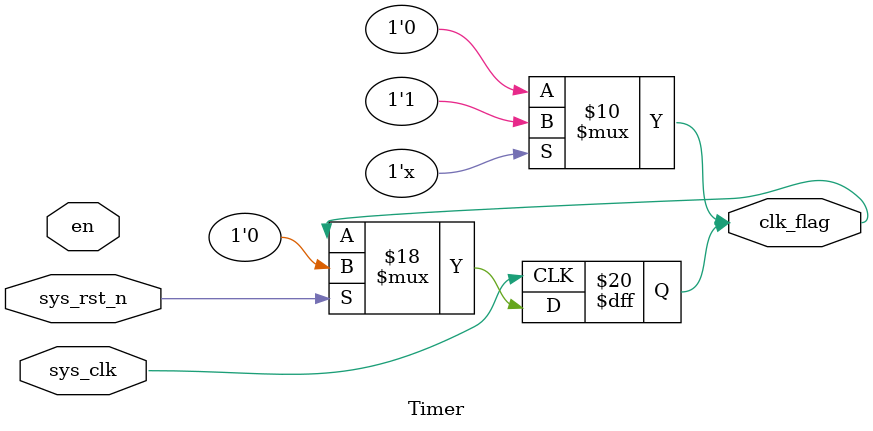
<source format=sv>
`timescale 1ns / 1ps


module Timer(
    input en,
    input sys_clk,
    input sys_rst_n,
    output clk_flag
    );
    logic clk_flag;
    integer counter = 0;
    always_ff @(posedge sys_clk)begin
        if(sys_rst_n) clk_flag <= 0;
        else if(en) counter <= counter+1;
    end
    
    always_comb begin
        if(counter==24999999)begin 
            clk_flag <= 1;
            counter = 24999999;
        end
        else clk_flag <= 0;
    end
    
endmodule

</source>
